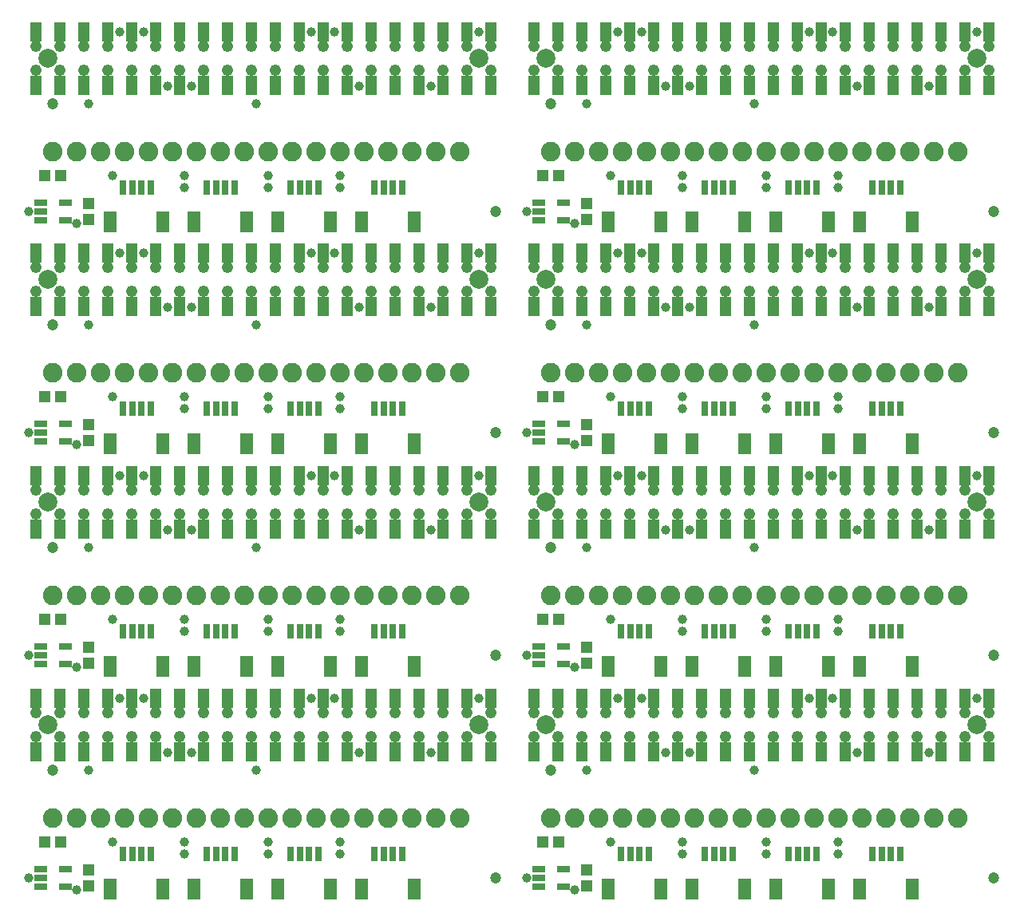
<source format=gts>
G75*
%MOIN*%
%OFA0B0*%
%FSLAX25Y25*%
%IPPOS*%
%LPD*%
%AMOC8*
5,1,8,0,0,1.08239X$1,22.5*
%
%ADD10C,0.04737*%
%ADD11R,0.05524X0.08674*%
%ADD12R,0.03162X0.06115*%
%ADD13C,0.08200*%
%ADD14R,0.04816X0.08162*%
%ADD15C,0.04816*%
%ADD16C,0.07887*%
%ADD17R,0.05131X0.04737*%
%ADD18R,0.04737X0.05131*%
%ADD19R,0.05524X0.02965*%
%ADD20C,0.03900*%
D10*
X0118333Y0073333D03*
X0118333Y0166333D03*
X0118333Y0259333D03*
X0118333Y0351680D03*
X0303333Y0306680D03*
X0326333Y0351680D03*
X0326333Y0259333D03*
X0303333Y0214333D03*
X0326333Y0166333D03*
X0303333Y0121333D03*
X0326333Y0073333D03*
X0303333Y0028333D03*
X0511333Y0028333D03*
X0511333Y0121333D03*
X0511333Y0214333D03*
X0511333Y0306680D03*
D11*
X0477360Y0302212D03*
X0455313Y0302212D03*
X0442357Y0302211D03*
X0420310Y0302211D03*
X0407357Y0302211D03*
X0385310Y0302211D03*
X0372357Y0302211D03*
X0350310Y0302211D03*
X0269360Y0302212D03*
X0247313Y0302212D03*
X0234357Y0302211D03*
X0212310Y0302211D03*
X0199357Y0302211D03*
X0177310Y0302211D03*
X0164357Y0302211D03*
X0142310Y0302211D03*
X0142310Y0209865D03*
X0164357Y0209865D03*
X0177310Y0209865D03*
X0199357Y0209865D03*
X0212310Y0209865D03*
X0234357Y0209865D03*
X0247313Y0209865D03*
X0269360Y0209865D03*
X0350310Y0209865D03*
X0372357Y0209865D03*
X0385310Y0209865D03*
X0407357Y0209865D03*
X0420310Y0209865D03*
X0442357Y0209865D03*
X0455313Y0209865D03*
X0477360Y0209865D03*
X0477360Y0116865D03*
X0455313Y0116865D03*
X0442357Y0116865D03*
X0420310Y0116865D03*
X0407357Y0116865D03*
X0385310Y0116865D03*
X0372357Y0116865D03*
X0350310Y0116865D03*
X0269360Y0116865D03*
X0247313Y0116865D03*
X0234357Y0116865D03*
X0212310Y0116865D03*
X0199357Y0116865D03*
X0177310Y0116865D03*
X0164357Y0116865D03*
X0142310Y0116865D03*
X0142310Y0023865D03*
X0164357Y0023865D03*
X0177310Y0023865D03*
X0199357Y0023865D03*
X0212310Y0023865D03*
X0234357Y0023865D03*
X0247313Y0023865D03*
X0269360Y0023865D03*
X0350310Y0023865D03*
X0372357Y0023865D03*
X0385310Y0023865D03*
X0407357Y0023865D03*
X0420310Y0023865D03*
X0442357Y0023865D03*
X0455313Y0023865D03*
X0477360Y0023865D03*
D12*
X0472242Y0038334D03*
X0468305Y0038334D03*
X0464368Y0038334D03*
X0460431Y0038334D03*
X0437239Y0038333D03*
X0433302Y0038333D03*
X0429365Y0038333D03*
X0425428Y0038333D03*
X0402239Y0038333D03*
X0398302Y0038333D03*
X0394365Y0038333D03*
X0390428Y0038333D03*
X0367239Y0038333D03*
X0363302Y0038333D03*
X0359365Y0038333D03*
X0355428Y0038333D03*
X0264242Y0038334D03*
X0260305Y0038334D03*
X0256368Y0038334D03*
X0252431Y0038334D03*
X0229239Y0038333D03*
X0225302Y0038333D03*
X0221365Y0038333D03*
X0217428Y0038333D03*
X0194239Y0038333D03*
X0190302Y0038333D03*
X0186365Y0038333D03*
X0182428Y0038333D03*
X0159239Y0038333D03*
X0155302Y0038333D03*
X0151365Y0038333D03*
X0147428Y0038333D03*
X0147428Y0131333D03*
X0151365Y0131333D03*
X0155302Y0131333D03*
X0159239Y0131333D03*
X0182428Y0131333D03*
X0186365Y0131333D03*
X0190302Y0131333D03*
X0194239Y0131333D03*
X0217428Y0131333D03*
X0221365Y0131333D03*
X0225302Y0131333D03*
X0229239Y0131333D03*
X0252431Y0131334D03*
X0256368Y0131334D03*
X0260305Y0131334D03*
X0264242Y0131334D03*
X0355428Y0131333D03*
X0359365Y0131333D03*
X0363302Y0131333D03*
X0367239Y0131333D03*
X0390428Y0131333D03*
X0394365Y0131333D03*
X0398302Y0131333D03*
X0402239Y0131333D03*
X0425428Y0131333D03*
X0429365Y0131333D03*
X0433302Y0131333D03*
X0437239Y0131333D03*
X0460431Y0131334D03*
X0464368Y0131334D03*
X0468305Y0131334D03*
X0472242Y0131334D03*
X0472242Y0224334D03*
X0468305Y0224334D03*
X0464368Y0224334D03*
X0460431Y0224334D03*
X0437239Y0224333D03*
X0433302Y0224333D03*
X0429365Y0224333D03*
X0425428Y0224333D03*
X0402239Y0224333D03*
X0398302Y0224333D03*
X0394365Y0224333D03*
X0390428Y0224333D03*
X0367239Y0224333D03*
X0363302Y0224333D03*
X0359365Y0224333D03*
X0355428Y0224333D03*
X0264242Y0224334D03*
X0260305Y0224334D03*
X0256368Y0224334D03*
X0252431Y0224334D03*
X0229239Y0224333D03*
X0225302Y0224333D03*
X0221365Y0224333D03*
X0217428Y0224333D03*
X0194239Y0224333D03*
X0190302Y0224333D03*
X0186365Y0224333D03*
X0182428Y0224333D03*
X0159239Y0224333D03*
X0155302Y0224333D03*
X0151365Y0224333D03*
X0147428Y0224333D03*
X0147428Y0316680D03*
X0151365Y0316680D03*
X0155302Y0316680D03*
X0159239Y0316680D03*
X0182428Y0316680D03*
X0186365Y0316680D03*
X0190302Y0316680D03*
X0194239Y0316680D03*
X0217428Y0316680D03*
X0221365Y0316680D03*
X0225302Y0316680D03*
X0229239Y0316680D03*
X0252431Y0316680D03*
X0256368Y0316680D03*
X0260305Y0316680D03*
X0264242Y0316680D03*
X0355428Y0316680D03*
X0359365Y0316680D03*
X0363302Y0316680D03*
X0367239Y0316680D03*
X0390428Y0316680D03*
X0394365Y0316680D03*
X0398302Y0316680D03*
X0402239Y0316680D03*
X0425428Y0316680D03*
X0429365Y0316680D03*
X0433302Y0316680D03*
X0437239Y0316680D03*
X0460431Y0316680D03*
X0464368Y0316680D03*
X0468305Y0316680D03*
X0472242Y0316680D03*
D13*
X0476333Y0331680D03*
X0486333Y0331680D03*
X0496333Y0331680D03*
X0466333Y0331680D03*
X0456333Y0331680D03*
X0446333Y0331680D03*
X0436333Y0331680D03*
X0426333Y0331680D03*
X0416333Y0331680D03*
X0406333Y0331680D03*
X0396333Y0331680D03*
X0386333Y0331680D03*
X0376333Y0331680D03*
X0366333Y0331680D03*
X0356333Y0331680D03*
X0346333Y0331680D03*
X0336333Y0331680D03*
X0326333Y0331680D03*
X0288333Y0331680D03*
X0278333Y0331680D03*
X0268333Y0331680D03*
X0258333Y0331680D03*
X0248333Y0331680D03*
X0238333Y0331680D03*
X0228333Y0331680D03*
X0218333Y0331680D03*
X0208333Y0331680D03*
X0198333Y0331680D03*
X0188333Y0331680D03*
X0178333Y0331680D03*
X0168333Y0331680D03*
X0158333Y0331680D03*
X0148333Y0331680D03*
X0138333Y0331680D03*
X0128333Y0331680D03*
X0118333Y0331680D03*
X0118333Y0239333D03*
X0128333Y0239333D03*
X0138333Y0239333D03*
X0148333Y0239333D03*
X0158333Y0239333D03*
X0168333Y0239333D03*
X0178333Y0239333D03*
X0188333Y0239333D03*
X0198333Y0239333D03*
X0208333Y0239333D03*
X0218333Y0239333D03*
X0228333Y0239333D03*
X0238333Y0239333D03*
X0248333Y0239333D03*
X0258333Y0239333D03*
X0268333Y0239333D03*
X0278333Y0239333D03*
X0288333Y0239333D03*
X0326333Y0239333D03*
X0336333Y0239333D03*
X0346333Y0239333D03*
X0356333Y0239333D03*
X0366333Y0239333D03*
X0376333Y0239333D03*
X0386333Y0239333D03*
X0396333Y0239333D03*
X0406333Y0239333D03*
X0416333Y0239333D03*
X0426333Y0239333D03*
X0436333Y0239333D03*
X0446333Y0239333D03*
X0456333Y0239333D03*
X0466333Y0239333D03*
X0476333Y0239333D03*
X0486333Y0239333D03*
X0496333Y0239333D03*
X0496333Y0146333D03*
X0486333Y0146333D03*
X0476333Y0146333D03*
X0466333Y0146333D03*
X0456333Y0146333D03*
X0446333Y0146333D03*
X0436333Y0146333D03*
X0426333Y0146333D03*
X0416333Y0146333D03*
X0406333Y0146333D03*
X0396333Y0146333D03*
X0386333Y0146333D03*
X0376333Y0146333D03*
X0366333Y0146333D03*
X0356333Y0146333D03*
X0346333Y0146333D03*
X0336333Y0146333D03*
X0326333Y0146333D03*
X0288333Y0146333D03*
X0278333Y0146333D03*
X0268333Y0146333D03*
X0258333Y0146333D03*
X0248333Y0146333D03*
X0238333Y0146333D03*
X0228333Y0146333D03*
X0218333Y0146333D03*
X0208333Y0146333D03*
X0198333Y0146333D03*
X0188333Y0146333D03*
X0178333Y0146333D03*
X0168333Y0146333D03*
X0158333Y0146333D03*
X0148333Y0146333D03*
X0138333Y0146333D03*
X0128333Y0146333D03*
X0118333Y0146333D03*
X0118333Y0053333D03*
X0128333Y0053333D03*
X0138333Y0053333D03*
X0148333Y0053333D03*
X0158333Y0053333D03*
X0168333Y0053333D03*
X0178333Y0053333D03*
X0188333Y0053333D03*
X0198333Y0053333D03*
X0208333Y0053333D03*
X0218333Y0053333D03*
X0228333Y0053333D03*
X0238333Y0053333D03*
X0248333Y0053333D03*
X0258333Y0053333D03*
X0268333Y0053333D03*
X0278333Y0053333D03*
X0288333Y0053333D03*
X0326333Y0053333D03*
X0336333Y0053333D03*
X0346333Y0053333D03*
X0356333Y0053333D03*
X0366333Y0053333D03*
X0376333Y0053333D03*
X0386333Y0053333D03*
X0396333Y0053333D03*
X0406333Y0053333D03*
X0416333Y0053333D03*
X0426333Y0053333D03*
X0436333Y0053333D03*
X0446333Y0053333D03*
X0456333Y0053333D03*
X0466333Y0053333D03*
X0476333Y0053333D03*
X0486333Y0053333D03*
X0496333Y0053333D03*
D14*
X0499286Y0080951D03*
X0509286Y0080951D03*
X0489286Y0080951D03*
X0479286Y0080951D03*
X0469286Y0080951D03*
X0459286Y0080951D03*
X0449286Y0080951D03*
X0439286Y0080951D03*
X0429286Y0080951D03*
X0419286Y0080951D03*
X0409286Y0080951D03*
X0399286Y0080951D03*
X0389286Y0080951D03*
X0379286Y0080951D03*
X0369286Y0080951D03*
X0359286Y0080951D03*
X0349286Y0080951D03*
X0339286Y0080951D03*
X0329286Y0080951D03*
X0319286Y0080951D03*
X0301286Y0080951D03*
X0291286Y0080951D03*
X0281286Y0080951D03*
X0271286Y0080951D03*
X0261286Y0080951D03*
X0251286Y0080951D03*
X0241286Y0080951D03*
X0231286Y0080951D03*
X0221286Y0080951D03*
X0211286Y0080951D03*
X0201286Y0080951D03*
X0191286Y0080951D03*
X0181286Y0080951D03*
X0171286Y0080951D03*
X0161286Y0080951D03*
X0151286Y0080951D03*
X0141286Y0080951D03*
X0131286Y0080951D03*
X0121286Y0080951D03*
X0111286Y0080951D03*
X0111286Y0103510D03*
X0121286Y0103510D03*
X0131286Y0103510D03*
X0141286Y0103510D03*
X0151286Y0103510D03*
X0161286Y0103510D03*
X0171286Y0103510D03*
X0181286Y0103510D03*
X0191286Y0103510D03*
X0201286Y0103510D03*
X0211286Y0103510D03*
X0221286Y0103510D03*
X0231286Y0103510D03*
X0241286Y0103510D03*
X0251286Y0103510D03*
X0261286Y0103510D03*
X0271286Y0103510D03*
X0281286Y0103510D03*
X0291286Y0103510D03*
X0301286Y0103510D03*
X0319286Y0103510D03*
X0329286Y0103510D03*
X0339286Y0103510D03*
X0349286Y0103510D03*
X0359286Y0103510D03*
X0369286Y0103510D03*
X0379286Y0103510D03*
X0389286Y0103510D03*
X0399286Y0103510D03*
X0409286Y0103510D03*
X0419286Y0103510D03*
X0429286Y0103510D03*
X0439286Y0103510D03*
X0449286Y0103510D03*
X0459286Y0103510D03*
X0469286Y0103510D03*
X0479286Y0103510D03*
X0489286Y0103510D03*
X0499286Y0103510D03*
X0509286Y0103510D03*
X0509286Y0173951D03*
X0499286Y0173951D03*
X0489286Y0173951D03*
X0479286Y0173951D03*
X0469286Y0173951D03*
X0459286Y0173951D03*
X0449286Y0173951D03*
X0439286Y0173951D03*
X0429286Y0173951D03*
X0419286Y0173951D03*
X0409286Y0173951D03*
X0399286Y0173951D03*
X0389286Y0173951D03*
X0379286Y0173951D03*
X0369286Y0173951D03*
X0359286Y0173951D03*
X0349286Y0173951D03*
X0339286Y0173951D03*
X0329286Y0173951D03*
X0319286Y0173951D03*
X0301286Y0173951D03*
X0291286Y0173951D03*
X0281286Y0173951D03*
X0271286Y0173951D03*
X0261286Y0173951D03*
X0251286Y0173951D03*
X0241286Y0173951D03*
X0231286Y0173951D03*
X0221286Y0173951D03*
X0211286Y0173951D03*
X0201286Y0173951D03*
X0191286Y0173951D03*
X0181286Y0173951D03*
X0171286Y0173951D03*
X0161286Y0173951D03*
X0151286Y0173951D03*
X0141286Y0173951D03*
X0131286Y0173951D03*
X0121286Y0173951D03*
X0111286Y0173951D03*
X0111286Y0196510D03*
X0121286Y0196510D03*
X0131286Y0196510D03*
X0141286Y0196510D03*
X0151286Y0196510D03*
X0161286Y0196510D03*
X0171286Y0196510D03*
X0181286Y0196510D03*
X0191286Y0196510D03*
X0201286Y0196510D03*
X0211286Y0196510D03*
X0221286Y0196510D03*
X0231286Y0196510D03*
X0241286Y0196510D03*
X0251286Y0196510D03*
X0261286Y0196510D03*
X0271286Y0196510D03*
X0281286Y0196510D03*
X0291286Y0196510D03*
X0301286Y0196510D03*
X0319286Y0196510D03*
X0329286Y0196510D03*
X0339286Y0196510D03*
X0349286Y0196510D03*
X0359286Y0196510D03*
X0369286Y0196510D03*
X0379286Y0196510D03*
X0389286Y0196510D03*
X0399286Y0196510D03*
X0409286Y0196510D03*
X0419286Y0196510D03*
X0429286Y0196510D03*
X0439286Y0196510D03*
X0449286Y0196510D03*
X0459286Y0196510D03*
X0469286Y0196510D03*
X0479286Y0196510D03*
X0489286Y0196510D03*
X0499286Y0196510D03*
X0509286Y0196510D03*
X0509286Y0266951D03*
X0499286Y0266951D03*
X0489286Y0266951D03*
X0479286Y0266951D03*
X0469286Y0266951D03*
X0459286Y0266951D03*
X0449286Y0266951D03*
X0439286Y0266951D03*
X0429286Y0266951D03*
X0419286Y0266951D03*
X0409286Y0266951D03*
X0399286Y0266951D03*
X0389286Y0266951D03*
X0379286Y0266951D03*
X0369286Y0266951D03*
X0359286Y0266951D03*
X0349286Y0266951D03*
X0339286Y0266951D03*
X0329286Y0266951D03*
X0319286Y0266951D03*
X0301286Y0266951D03*
X0291286Y0266951D03*
X0281286Y0266951D03*
X0271286Y0266951D03*
X0261286Y0266951D03*
X0251286Y0266951D03*
X0241286Y0266951D03*
X0231286Y0266951D03*
X0221286Y0266951D03*
X0211286Y0266951D03*
X0201286Y0266951D03*
X0191286Y0266951D03*
X0181286Y0266951D03*
X0171286Y0266951D03*
X0161286Y0266951D03*
X0151286Y0266951D03*
X0141286Y0266951D03*
X0131286Y0266951D03*
X0121286Y0266951D03*
X0111286Y0266951D03*
X0111286Y0289510D03*
X0121286Y0289510D03*
X0131286Y0289510D03*
X0141286Y0289510D03*
X0151286Y0289510D03*
X0161286Y0289510D03*
X0171286Y0289510D03*
X0181286Y0289510D03*
X0191286Y0289510D03*
X0201286Y0289510D03*
X0211286Y0289510D03*
X0221286Y0289510D03*
X0231286Y0289510D03*
X0241286Y0289510D03*
X0251286Y0289510D03*
X0261286Y0289510D03*
X0271286Y0289510D03*
X0281286Y0289510D03*
X0291286Y0289510D03*
X0301286Y0289510D03*
X0319286Y0289510D03*
X0329286Y0289510D03*
X0339286Y0289510D03*
X0349286Y0289510D03*
X0359286Y0289510D03*
X0369286Y0289510D03*
X0379286Y0289510D03*
X0389286Y0289510D03*
X0399286Y0289510D03*
X0409286Y0289510D03*
X0419286Y0289510D03*
X0429286Y0289510D03*
X0439286Y0289510D03*
X0449286Y0289510D03*
X0459286Y0289510D03*
X0469286Y0289510D03*
X0479286Y0289510D03*
X0489286Y0289510D03*
X0499286Y0289510D03*
X0509286Y0289510D03*
X0509286Y0359298D03*
X0499286Y0359298D03*
X0489286Y0359298D03*
X0479286Y0359298D03*
X0469286Y0359298D03*
X0459286Y0359298D03*
X0449286Y0359298D03*
X0439286Y0359298D03*
X0429286Y0359298D03*
X0419286Y0359298D03*
X0409286Y0359298D03*
X0399286Y0359298D03*
X0389286Y0359298D03*
X0379286Y0359298D03*
X0369286Y0359298D03*
X0359286Y0359298D03*
X0349286Y0359298D03*
X0339286Y0359298D03*
X0329286Y0359298D03*
X0319286Y0359298D03*
X0301286Y0359298D03*
X0291286Y0359298D03*
X0281286Y0359298D03*
X0271286Y0359298D03*
X0261286Y0359298D03*
X0251286Y0359298D03*
X0241286Y0359298D03*
X0231286Y0359298D03*
X0221286Y0359298D03*
X0211286Y0359298D03*
X0201286Y0359298D03*
X0191286Y0359298D03*
X0181286Y0359298D03*
X0171286Y0359298D03*
X0161286Y0359298D03*
X0151286Y0359298D03*
X0141286Y0359298D03*
X0131286Y0359298D03*
X0121286Y0359298D03*
X0111286Y0359298D03*
X0111286Y0381857D03*
X0121286Y0381857D03*
X0131286Y0381857D03*
X0141286Y0381857D03*
X0151286Y0381857D03*
X0161286Y0381857D03*
X0171286Y0381857D03*
X0181286Y0381857D03*
X0191286Y0381857D03*
X0201286Y0381857D03*
X0211286Y0381857D03*
X0221286Y0381857D03*
X0231286Y0381857D03*
X0241286Y0381857D03*
X0251286Y0381857D03*
X0261286Y0381857D03*
X0271286Y0381857D03*
X0281286Y0381857D03*
X0291286Y0381857D03*
X0301286Y0381857D03*
X0319286Y0381857D03*
X0329286Y0381857D03*
X0339286Y0381857D03*
X0349286Y0381857D03*
X0359286Y0381857D03*
X0369286Y0381857D03*
X0379286Y0381857D03*
X0389286Y0381857D03*
X0399286Y0381857D03*
X0409286Y0381857D03*
X0419286Y0381857D03*
X0429286Y0381857D03*
X0439286Y0381857D03*
X0449286Y0381857D03*
X0459286Y0381857D03*
X0469286Y0381857D03*
X0479286Y0381857D03*
X0489286Y0381857D03*
X0499286Y0381857D03*
X0509286Y0381857D03*
D15*
X0509286Y0375577D03*
X0509286Y0365577D03*
X0499286Y0365577D03*
X0499286Y0375577D03*
X0489286Y0375577D03*
X0489286Y0365577D03*
X0479286Y0365577D03*
X0469286Y0365577D03*
X0469286Y0375577D03*
X0479286Y0375577D03*
X0459286Y0375577D03*
X0459286Y0365577D03*
X0449286Y0365577D03*
X0449286Y0375577D03*
X0439286Y0375577D03*
X0439286Y0365577D03*
X0429286Y0365577D03*
X0419286Y0365577D03*
X0419286Y0375577D03*
X0429286Y0375577D03*
X0409286Y0375577D03*
X0409286Y0365577D03*
X0399286Y0365577D03*
X0389286Y0365577D03*
X0389286Y0375577D03*
X0399286Y0375577D03*
X0379286Y0375577D03*
X0379286Y0365577D03*
X0369286Y0365577D03*
X0369286Y0375577D03*
X0359286Y0375577D03*
X0359286Y0365577D03*
X0349286Y0365577D03*
X0339286Y0365577D03*
X0339286Y0375577D03*
X0349286Y0375577D03*
X0329286Y0375577D03*
X0329286Y0365577D03*
X0319286Y0365577D03*
X0319286Y0375577D03*
X0301286Y0375577D03*
X0301286Y0365577D03*
X0291286Y0365577D03*
X0281286Y0365577D03*
X0281286Y0375577D03*
X0291286Y0375577D03*
X0271286Y0375577D03*
X0271286Y0365577D03*
X0261286Y0365577D03*
X0251286Y0365577D03*
X0251286Y0375577D03*
X0261286Y0375577D03*
X0241286Y0375577D03*
X0241286Y0365577D03*
X0231286Y0365577D03*
X0231286Y0375577D03*
X0221286Y0375577D03*
X0221286Y0365577D03*
X0211286Y0365577D03*
X0201286Y0365577D03*
X0201286Y0375577D03*
X0211286Y0375577D03*
X0191286Y0375577D03*
X0191286Y0365577D03*
X0181286Y0365577D03*
X0181286Y0375577D03*
X0171286Y0375577D03*
X0171286Y0365577D03*
X0161286Y0365577D03*
X0151286Y0365577D03*
X0151286Y0375577D03*
X0161286Y0375577D03*
X0141286Y0375577D03*
X0141286Y0365577D03*
X0131286Y0365577D03*
X0131286Y0375577D03*
X0121286Y0375577D03*
X0121286Y0365577D03*
X0111286Y0365577D03*
X0111286Y0375577D03*
X0111286Y0283231D03*
X0111286Y0273231D03*
X0121286Y0273231D03*
X0121286Y0283231D03*
X0131286Y0283231D03*
X0141286Y0283231D03*
X0141286Y0273231D03*
X0131286Y0273231D03*
X0151286Y0273231D03*
X0161286Y0273231D03*
X0161286Y0283231D03*
X0151286Y0283231D03*
X0171286Y0283231D03*
X0171286Y0273231D03*
X0181286Y0273231D03*
X0191286Y0273231D03*
X0191286Y0283231D03*
X0181286Y0283231D03*
X0201286Y0283231D03*
X0211286Y0283231D03*
X0211286Y0273231D03*
X0201286Y0273231D03*
X0221286Y0273231D03*
X0221286Y0283231D03*
X0231286Y0283231D03*
X0241286Y0283231D03*
X0241286Y0273231D03*
X0231286Y0273231D03*
X0251286Y0273231D03*
X0261286Y0273231D03*
X0261286Y0283231D03*
X0251286Y0283231D03*
X0271286Y0283231D03*
X0271286Y0273231D03*
X0281286Y0273231D03*
X0291286Y0273231D03*
X0291286Y0283231D03*
X0281286Y0283231D03*
X0301286Y0283231D03*
X0301286Y0273231D03*
X0319286Y0273231D03*
X0329286Y0273231D03*
X0329286Y0283231D03*
X0319286Y0283231D03*
X0339286Y0283231D03*
X0349286Y0283231D03*
X0349286Y0273231D03*
X0339286Y0273231D03*
X0359286Y0273231D03*
X0359286Y0283231D03*
X0369286Y0283231D03*
X0379286Y0283231D03*
X0379286Y0273231D03*
X0369286Y0273231D03*
X0389286Y0273231D03*
X0399286Y0273231D03*
X0399286Y0283231D03*
X0389286Y0283231D03*
X0409286Y0283231D03*
X0409286Y0273231D03*
X0419286Y0273231D03*
X0429286Y0273231D03*
X0429286Y0283231D03*
X0419286Y0283231D03*
X0439286Y0283231D03*
X0439286Y0273231D03*
X0449286Y0273231D03*
X0459286Y0273231D03*
X0459286Y0283231D03*
X0449286Y0283231D03*
X0469286Y0283231D03*
X0479286Y0283231D03*
X0479286Y0273231D03*
X0469286Y0273231D03*
X0489286Y0273231D03*
X0489286Y0283231D03*
X0499286Y0283231D03*
X0509286Y0283231D03*
X0509286Y0273231D03*
X0499286Y0273231D03*
X0499286Y0190231D03*
X0509286Y0190231D03*
X0509286Y0180231D03*
X0499286Y0180231D03*
X0489286Y0180231D03*
X0479286Y0180231D03*
X0469286Y0180231D03*
X0459286Y0180231D03*
X0449286Y0180231D03*
X0439286Y0180231D03*
X0429286Y0180231D03*
X0419286Y0180231D03*
X0409286Y0180231D03*
X0399286Y0180231D03*
X0389286Y0180231D03*
X0379286Y0180231D03*
X0369286Y0180231D03*
X0359286Y0180231D03*
X0349286Y0180231D03*
X0339286Y0180231D03*
X0329286Y0180231D03*
X0319286Y0180231D03*
X0319286Y0190231D03*
X0329286Y0190231D03*
X0339286Y0190231D03*
X0349286Y0190231D03*
X0359286Y0190231D03*
X0369286Y0190231D03*
X0379286Y0190231D03*
X0389286Y0190231D03*
X0399286Y0190231D03*
X0409286Y0190231D03*
X0419286Y0190231D03*
X0429286Y0190231D03*
X0439286Y0190231D03*
X0449286Y0190231D03*
X0459286Y0190231D03*
X0469286Y0190231D03*
X0479286Y0190231D03*
X0489286Y0190231D03*
X0489286Y0097231D03*
X0479286Y0097231D03*
X0469286Y0097231D03*
X0459286Y0097231D03*
X0449286Y0097231D03*
X0439286Y0097231D03*
X0429286Y0097231D03*
X0419286Y0097231D03*
X0409286Y0097231D03*
X0399286Y0097231D03*
X0389286Y0097231D03*
X0379286Y0097231D03*
X0369286Y0097231D03*
X0359286Y0097231D03*
X0349286Y0097231D03*
X0339286Y0097231D03*
X0329286Y0097231D03*
X0319286Y0097231D03*
X0319286Y0087231D03*
X0329286Y0087231D03*
X0339286Y0087231D03*
X0349286Y0087231D03*
X0359286Y0087231D03*
X0369286Y0087231D03*
X0379286Y0087231D03*
X0389286Y0087231D03*
X0399286Y0087231D03*
X0409286Y0087231D03*
X0419286Y0087231D03*
X0429286Y0087231D03*
X0439286Y0087231D03*
X0449286Y0087231D03*
X0459286Y0087231D03*
X0469286Y0087231D03*
X0479286Y0087231D03*
X0489286Y0087231D03*
X0499286Y0087231D03*
X0509286Y0087231D03*
X0509286Y0097231D03*
X0499286Y0097231D03*
X0301286Y0097231D03*
X0291286Y0097231D03*
X0281286Y0097231D03*
X0271286Y0097231D03*
X0261286Y0097231D03*
X0251286Y0097231D03*
X0241286Y0097231D03*
X0231286Y0097231D03*
X0221286Y0097231D03*
X0211286Y0097231D03*
X0201286Y0097231D03*
X0191286Y0097231D03*
X0181286Y0097231D03*
X0171286Y0097231D03*
X0161286Y0097231D03*
X0151286Y0097231D03*
X0141286Y0097231D03*
X0131286Y0097231D03*
X0121286Y0097231D03*
X0111286Y0097231D03*
X0111286Y0087231D03*
X0121286Y0087231D03*
X0131286Y0087231D03*
X0141286Y0087231D03*
X0151286Y0087231D03*
X0161286Y0087231D03*
X0171286Y0087231D03*
X0181286Y0087231D03*
X0191286Y0087231D03*
X0201286Y0087231D03*
X0211286Y0087231D03*
X0221286Y0087231D03*
X0231286Y0087231D03*
X0241286Y0087231D03*
X0251286Y0087231D03*
X0261286Y0087231D03*
X0271286Y0087231D03*
X0281286Y0087231D03*
X0291286Y0087231D03*
X0301286Y0087231D03*
X0301286Y0180231D03*
X0291286Y0180231D03*
X0281286Y0180231D03*
X0271286Y0180231D03*
X0261286Y0180231D03*
X0251286Y0180231D03*
X0241286Y0180231D03*
X0231286Y0180231D03*
X0221286Y0180231D03*
X0211286Y0180231D03*
X0201286Y0180231D03*
X0191286Y0180231D03*
X0181286Y0180231D03*
X0171286Y0180231D03*
X0161286Y0180231D03*
X0151286Y0180231D03*
X0141286Y0180231D03*
X0131286Y0180231D03*
X0121286Y0180231D03*
X0111286Y0180231D03*
X0111286Y0190231D03*
X0121286Y0190231D03*
X0131286Y0190231D03*
X0141286Y0190231D03*
X0151286Y0190231D03*
X0161286Y0190231D03*
X0171286Y0190231D03*
X0181286Y0190231D03*
X0191286Y0190231D03*
X0201286Y0190231D03*
X0211286Y0190231D03*
X0221286Y0190231D03*
X0231286Y0190231D03*
X0241286Y0190231D03*
X0251286Y0190231D03*
X0261286Y0190231D03*
X0271286Y0190231D03*
X0281286Y0190231D03*
X0291286Y0190231D03*
X0301286Y0190231D03*
D16*
X0296286Y0185231D03*
X0324286Y0185231D03*
X0324286Y0278231D03*
X0296286Y0278231D03*
X0296286Y0370577D03*
X0324286Y0370577D03*
X0504286Y0370577D03*
X0504286Y0278231D03*
X0504286Y0185231D03*
X0504286Y0092231D03*
X0324286Y0092231D03*
X0296286Y0092231D03*
X0116286Y0092231D03*
X0116286Y0185231D03*
X0116286Y0278231D03*
X0116286Y0370577D03*
D17*
X0114987Y0321680D03*
X0121680Y0321680D03*
X0121680Y0229333D03*
X0114987Y0229333D03*
X0114987Y0136333D03*
X0121680Y0136333D03*
X0121680Y0043333D03*
X0114987Y0043333D03*
X0322987Y0043333D03*
X0329680Y0043333D03*
X0329680Y0136333D03*
X0322987Y0136333D03*
X0322987Y0229333D03*
X0329680Y0229333D03*
X0329680Y0321680D03*
X0322987Y0321680D03*
D18*
X0341333Y0310026D03*
X0341333Y0303333D03*
X0341333Y0217680D03*
X0341333Y0210987D03*
X0341333Y0124680D03*
X0341333Y0117987D03*
X0341333Y0031680D03*
X0341333Y0024987D03*
X0133333Y0024987D03*
X0133333Y0031680D03*
X0133333Y0117987D03*
X0133333Y0124680D03*
X0133333Y0210987D03*
X0133333Y0217680D03*
X0133333Y0303333D03*
X0133333Y0310026D03*
D19*
X0123452Y0310420D03*
X0123452Y0302940D03*
X0113215Y0302940D03*
X0113215Y0306680D03*
X0113215Y0310420D03*
X0113215Y0218073D03*
X0113215Y0214333D03*
X0113215Y0210593D03*
X0123452Y0210593D03*
X0123452Y0218073D03*
X0123452Y0125073D03*
X0123452Y0117593D03*
X0113215Y0117593D03*
X0113215Y0121333D03*
X0113215Y0125073D03*
X0113215Y0032073D03*
X0113215Y0028333D03*
X0113215Y0024593D03*
X0123452Y0024593D03*
X0123452Y0032073D03*
X0321215Y0032073D03*
X0321215Y0028333D03*
X0321215Y0024593D03*
X0331452Y0024593D03*
X0331452Y0032073D03*
X0331452Y0117593D03*
X0331452Y0125073D03*
X0321215Y0125073D03*
X0321215Y0121333D03*
X0321215Y0117593D03*
X0321215Y0210593D03*
X0321215Y0214333D03*
X0321215Y0218073D03*
X0331452Y0218073D03*
X0331452Y0210593D03*
X0331452Y0302940D03*
X0331452Y0310420D03*
X0321215Y0310420D03*
X0321215Y0306680D03*
X0321215Y0302940D03*
D20*
X0108333Y0028333D03*
X0128333Y0023333D03*
X0143333Y0043333D03*
X0173333Y0043333D03*
X0173333Y0038333D03*
X0208333Y0038333D03*
X0208333Y0043333D03*
X0238333Y0043333D03*
X0238333Y0038333D03*
X0203333Y0073333D03*
X0176333Y0080833D03*
X0166333Y0080833D03*
X0156333Y0103333D03*
X0146333Y0103333D03*
X0128333Y0116333D03*
X0108333Y0121333D03*
X0143333Y0136333D03*
X0173333Y0136333D03*
X0173333Y0131333D03*
X0208333Y0131333D03*
X0208333Y0136333D03*
X0238333Y0136333D03*
X0238333Y0131333D03*
X0235833Y0103333D03*
X0226333Y0103333D03*
X0246333Y0080833D03*
X0276333Y0080833D03*
X0296333Y0103333D03*
X0316333Y0121333D03*
X0336333Y0116333D03*
X0354333Y0103333D03*
X0364333Y0103333D03*
X0374333Y0080833D03*
X0384333Y0080833D03*
X0411333Y0073333D03*
X0416333Y0043333D03*
X0416333Y0038333D03*
X0446333Y0038333D03*
X0446333Y0043333D03*
X0454333Y0080833D03*
X0443833Y0103333D03*
X0434333Y0103333D03*
X0446333Y0131333D03*
X0446333Y0136333D03*
X0416333Y0136333D03*
X0416333Y0131333D03*
X0381333Y0131333D03*
X0381333Y0136333D03*
X0351333Y0136333D03*
X0341333Y0166333D03*
X0354333Y0196333D03*
X0364333Y0196333D03*
X0374333Y0173833D03*
X0384333Y0173833D03*
X0411333Y0166333D03*
X0434333Y0196333D03*
X0443833Y0196333D03*
X0454333Y0173833D03*
X0484333Y0173833D03*
X0504333Y0196333D03*
X0446333Y0224333D03*
X0446333Y0229333D03*
X0416333Y0229333D03*
X0416333Y0224333D03*
X0381333Y0224333D03*
X0381333Y0229333D03*
X0351333Y0229333D03*
X0336333Y0209333D03*
X0316333Y0214333D03*
X0296333Y0196333D03*
X0276333Y0173833D03*
X0246333Y0173833D03*
X0235833Y0196333D03*
X0226333Y0196333D03*
X0238333Y0224333D03*
X0238333Y0229333D03*
X0208333Y0229333D03*
X0208333Y0224333D03*
X0173333Y0224333D03*
X0173333Y0229333D03*
X0143333Y0229333D03*
X0128333Y0209333D03*
X0108333Y0214333D03*
X0146333Y0196333D03*
X0156333Y0196333D03*
X0166333Y0173833D03*
X0176333Y0173833D03*
X0203333Y0166333D03*
X0133333Y0166333D03*
X0133333Y0073333D03*
X0316333Y0028333D03*
X0336333Y0023333D03*
X0351333Y0043333D03*
X0381333Y0043333D03*
X0381333Y0038333D03*
X0341333Y0073333D03*
X0484333Y0080833D03*
X0504333Y0103333D03*
X0411333Y0259333D03*
X0384333Y0266833D03*
X0374333Y0266833D03*
X0364333Y0289333D03*
X0354333Y0289333D03*
X0336333Y0301680D03*
X0316333Y0306680D03*
X0296333Y0289333D03*
X0276333Y0266833D03*
X0246333Y0266833D03*
X0235833Y0289333D03*
X0226333Y0289333D03*
X0238333Y0316680D03*
X0238333Y0321680D03*
X0208333Y0321680D03*
X0208333Y0316680D03*
X0173333Y0316680D03*
X0173333Y0321680D03*
X0143333Y0321680D03*
X0128333Y0301680D03*
X0108333Y0306680D03*
X0146333Y0289333D03*
X0156333Y0289333D03*
X0166333Y0266833D03*
X0176333Y0266833D03*
X0203333Y0259333D03*
X0133333Y0259333D03*
X0133333Y0351680D03*
X0146333Y0381680D03*
X0156333Y0381680D03*
X0166333Y0359180D03*
X0176333Y0359180D03*
X0203333Y0351680D03*
X0226333Y0381680D03*
X0235833Y0381680D03*
X0246333Y0359180D03*
X0276333Y0359180D03*
X0296333Y0381680D03*
X0341333Y0351680D03*
X0351333Y0321680D03*
X0381333Y0321680D03*
X0381333Y0316680D03*
X0416333Y0316680D03*
X0416333Y0321680D03*
X0446333Y0321680D03*
X0446333Y0316680D03*
X0443833Y0289333D03*
X0434333Y0289333D03*
X0454333Y0266833D03*
X0484333Y0266833D03*
X0504333Y0289333D03*
X0484333Y0359180D03*
X0504333Y0381680D03*
X0454333Y0359180D03*
X0443833Y0381680D03*
X0434333Y0381680D03*
X0411333Y0351680D03*
X0384333Y0359180D03*
X0374333Y0359180D03*
X0364333Y0381680D03*
X0354333Y0381680D03*
X0341333Y0259333D03*
M02*

</source>
